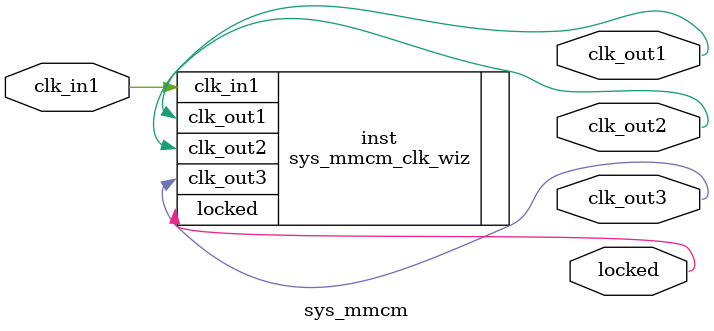
<source format=v>


`timescale 1ps/1ps

(* CORE_GENERATION_INFO = "sys_mmcm,clk_wiz_v6_0_2_0_0,{component_name=sys_mmcm,use_phase_alignment=true,use_min_o_jitter=false,use_max_i_jitter=false,use_dyn_phase_shift=false,use_inclk_switchover=false,use_dyn_reconfig=false,enable_axi=0,feedback_source=FDBK_AUTO,PRIMITIVE=MMCM,num_out_clk=3,clkin1_period=20.0,clkin2_period=10.0,use_power_down=false,use_reset=false,use_locked=true,use_inclk_stopped=false,feedback_type=SINGLE,CLOCK_MGR_TYPE=NA,manual_override=false}" *)

module sys_mmcm 
 (
  // Clock out ports
  output        clk_out1,
  output        clk_out2,
  output        clk_out3,
  // Status and control signals
  output        locked,
 // Clock in ports
  input         clk_in1
 );

  sys_mmcm_clk_wiz inst
  (
  // Clock out ports  
  .clk_out1(clk_out1),
  .clk_out2(clk_out2),
  .clk_out3(clk_out3),
  // Status and control signals               
  .locked(locked),
 // Clock in ports
  .clk_in1(clk_in1)
  );

endmodule

</source>
